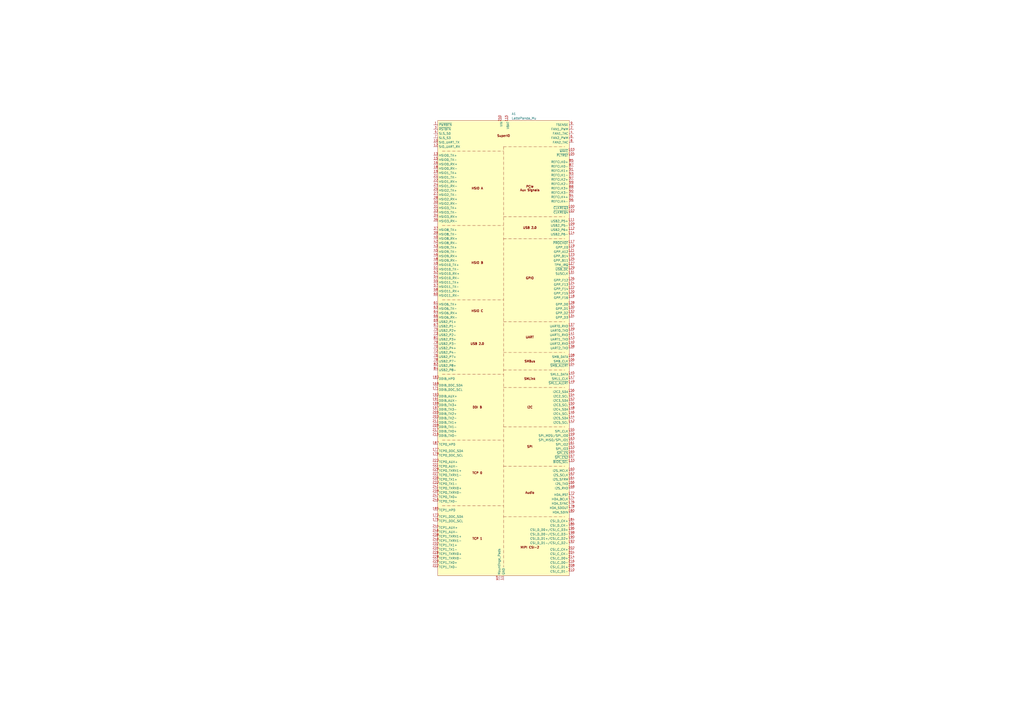
<source format=kicad_sch>
(kicad_sch (version 20250114) (generator "eeschema") (generator_version "9.0")
  (paper "A2")
  (lib_symbols
    (symbol "MCU_Module_LattePanda:LattePanda_Mu"
      (property "Reference" "A" (at -38.1 133.35 0))
      (property "Value" "LattePanda_Mu" (at 38.1 133.35 0))
      (symbol "LattePanda_Mu_1_0"
        (pin passive line (at 0 -134.62 90) (length 2.54) (hide yes) (name "GND") (number "101"))
        (pin passive line (at 0 -134.62 90) (length 2.54) (hide yes) (name "GND") (number "107"))
        (pin passive line (at 0 -134.62 90) (length 2.54) (hide yes) (name "GND") (number "110"))
        (pin passive line (at 0 -134.62 90) (length 2.54) (hide yes) (name "GND") (number "113"))
        (pin passive line (at 0 -134.62 90) (length 2.54) (hide yes) (name "GND") (number "116"))
        (pin passive line (at 0 -134.62 90) (length 2.54) (hide yes) (name "GND") (number "135"))
        (pin passive line (at 0 -134.62 90) (length 2.54) (hide yes) (name "GND") (number "136"))
        (pin passive line (at 0 -134.62 90) (length 2.54) (hide yes) (name "GND") (number "14"))
        (pin passive line (at 0 -134.62 90) (length 2.54) (hide yes) (name "GND") (number "151"))
        (pin passive line (at 0 -134.62 90) (length 2.54) (hide yes) (name "GND") (number "158"))
        (pin passive line (at 0 -134.62 90) (length 2.54) (hide yes) (name "GND") (number "167"))
        (pin passive line (at 0 -134.62 90) (length 2.54) (hide yes) (name "GND") (number "17"))
        (pin passive line (at 0 -134.62 90) (length 2.54) (hide yes) (name "GND") (number "170"))
        (pin passive line (at 0 -134.62 90) (length 2.54) (hide yes) (name "GND") (number "181"))
        (pin passive line (at 0 -134.62 90) (length 2.54) (hide yes) (name "GND") (number "182"))
        (pin passive line (at 0 -134.62 90) (length 2.54) (hide yes) (name "GND") (number "188"))
        (pin passive line (at 0 -134.62 90) (length 2.54) (hide yes) (name "GND") (number "189"))
        (pin passive line (at 0 -134.62 90) (length 2.54) (hide yes) (name "GND") (number "194"))
        (pin passive line (at 0 -134.62 90) (length 2.54) (hide yes) (name "GND") (number "195"))
        (pin passive line (at 0 -134.62 90) (length 2.54) (hide yes) (name "GND") (number "20"))
        (pin passive line (at 0 -134.62 90) (length 2.54) (hide yes) (name "GND") (number "200"))
        (pin passive line (at 0 -134.62 90) (length 2.54) (hide yes) (name "GND") (number "201"))
        (pin passive line (at 0 -134.62 90) (length 2.54) (hide yes) (name "GND") (number "206"))
        (pin passive line (at 0 -134.62 90) (length 2.54) (hide yes) (name "GND") (number "207"))
        (pin passive line (at 0 -134.62 90) (length 2.54) (hide yes) (name "GND") (number "212"))
        (pin passive line (at 0 -134.62 90) (length 2.54) (hide yes) (name "GND") (number "213"))
        (pin passive line (at 0 -134.62 90) (length 2.54) (hide yes) (name "GND") (number "218"))
        (pin passive line (at 0 -134.62 90) (length 2.54) (hide yes) (name "GND") (number "219"))
        (pin passive line (at 0 -134.62 90) (length 2.54) (hide yes) (name "GND") (number "224"))
        (pin passive line (at 0 -134.62 90) (length 2.54) (hide yes) (name "GND") (number "225"))
        (pin passive line (at 0 -134.62 90) (length 2.54) (hide yes) (name "GND") (number "23"))
        (pin passive line (at 0 -134.62 90) (length 2.54) (hide yes) (name "GND") (number "230"))
        (pin passive line (at 0 -134.62 90) (length 2.54) (hide yes) (name "GND") (number "231"))
        (pin passive line (at 0 -134.62 90) (length 2.54) (hide yes) (name "GND") (number "236"))
        (pin passive line (at 0 -134.62 90) (length 2.54) (hide yes) (name "GND") (number "237"))
        (pin passive line (at 0 -134.62 90) (length 2.54) (hide yes) (name "GND") (number "242"))
        (pin passive line (at 0 -134.62 90) (length 2.54) (hide yes) (name "GND") (number "243"))
        (pin passive line (at 0 -134.62 90) (length 2.54) (hide yes) (name "GND") (number "248"))
        (pin passive line (at 0 -134.62 90) (length 2.54) (hide yes) (name "GND") (number "249"))
        (pin passive line (at 0 -134.62 90) (length 2.54) (hide yes) (name "GND") (number "26"))
        (pin passive line (at 0 -134.62 90) (length 2.54) (hide yes) (name "GND") (number "29"))
        (pin passive line (at 0 -134.62 90) (length 2.54) (hide yes) (name "GND") (number "32"))
        (pin passive line (at 0 -134.62 90) (length 2.54) (hide yes) (name "GND") (number "35"))
        (pin passive line (at 0 -134.62 90) (length 2.54) (hide yes) (name "GND") (number "38"))
        (pin passive line (at 0 -134.62 90) (length 2.54) (hide yes) (name "GND") (number "41"))
        (pin passive line (at 0 -134.62 90) (length 2.54) (hide yes) (name "GND") (number "44"))
        (pin passive line (at 0 -134.62 90) (length 2.54) (hide yes) (name "GND") (number "47"))
        (pin passive line (at 0 -134.62 90) (length 2.54) (hide yes) (name "GND") (number "50"))
        (pin passive line (at 0 -134.62 90) (length 2.54) (hide yes) (name "GND") (number "53"))
        (pin passive line (at 0 -134.62 90) (length 2.54) (hide yes) (name "GND") (number "56"))
        (pin passive line (at 0 -134.62 90) (length 2.54) (hide yes) (name "GND") (number "59"))
        (pin passive line (at 0 -134.62 90) (length 2.54) (hide yes) (name "GND") (number "62"))
        (pin passive line (at 0 -134.62 90) (length 2.54) (hide yes) (name "GND") (number "65"))
        (pin passive line (at 0 -134.62 90) (length 2.54) (hide yes) (name "GND") (number "68"))
        (pin passive line (at 0 -134.62 90) (length 2.54) (hide yes) (name "GND") (number "71"))
        (pin passive line (at 0 -134.62 90) (length 2.54) (hide yes) (name "GND") (number "74"))
        (pin passive line (at 0 -134.62 90) (length 2.54) (hide yes) (name "GND") (number "77"))
        (pin passive line (at 0 -134.62 90) (length 2.54) (hide yes) (name "GND") (number "80"))
        (pin passive line (at 0 -134.62 90) (length 2.54) (hide yes) (name "GND") (number "83"))
        (pin passive line (at 0 -134.62 90) (length 2.54) (hide yes) (name "GND") (number "86"))
        (pin passive line (at 0 -134.62 90) (length 2.54) (hide yes) (name "GND") (number "89"))
        (pin passive line (at 0 -134.62 90) (length 2.54) (hide yes) (name "GND") (number "92"))
        (pin passive line (at 0 -134.62 90) (length 2.54) (hide yes) (name "GND") (number "95"))
        (pin passive line (at 0 -134.62 90) (length 2.54) (hide yes) (name "GND") (number "98"))
      )
      (symbol "LattePanda_Mu_1_1"
        (rectangle (start -38.1 132.08) (end 38.1 -132.08) (fill (type background)))
        (polyline (pts (xy -35.56 114.3) (xy 0 114.3)) (stroke (width 0) (type dash_dot)))
        (polyline (pts (xy -35.56 71.12) (xy 0 71.12)) (stroke (width 0) (type dash_dot)))
        (polyline (pts (xy -35.56 27.94) (xy 0 27.94)) (stroke (width 0) (type dash_dot)))
        (polyline (pts (xy -35.56 -15.24) (xy 0 -15.24)) (stroke (width 0) (type dash_dot)))
        (polyline (pts (xy -35.56 -53.34) (xy 0 -53.34)) (stroke (width 0) (type dash_dot)))
        (polyline (pts (xy -35.56 -91.44) (xy 0 -91.44)) (stroke (width 0) (type dash_dot)))
        (polyline (pts (xy 0 116.84) (xy 0 -127)) (stroke (width 0) (type dash_dot)))
        (polyline (pts (xy 0 116.84) (xy 35.56 116.84)) (stroke (width 0) (type dash_dot)))
        (polyline (pts (xy 0 76.2) (xy 35.56 76.2)) (stroke (width 0) (type dash_dot)))
        (polyline (pts (xy 0 63.5) (xy 35.56 63.5)) (stroke (width 0) (type dash_dot)))
        (polyline (pts (xy 0 15.24) (xy 35.56 15.24)) (stroke (width 0) (type dash_dot)))
        (polyline (pts (xy 0 -2.54) (xy 35.56 -2.54)) (stroke (width 0) (type dash_dot)))
        (polyline (pts (xy 0 -12.7) (xy 35.56 -12.7)) (stroke (width 0) (type dash_dot)))
        (polyline (pts (xy 0 -22.86) (xy 35.56 -22.86)) (stroke (width 0) (type dash_dot)))
        (polyline (pts (xy 0 -45.72) (xy 35.56 -45.72)) (stroke (width 0) (type dash_dot)))
        (polyline (pts (xy 0 -68.58) (xy 35.56 -68.58)) (stroke (width 0) (type dash_dot)))
        (polyline (pts (xy 0 -97.79) (xy 35.56 -97.79)) (stroke (width 0) (type dash_dot)))
        (text "HSIO A" (at -15.24 92.71 0) (effects (font (size 1.27 1.27) (bold yes))))
        (text "HSIO B" (at -15.24 49.53 0) (effects (font (size 1.27 1.27) (bold yes))))
        (text "HSIO C" (at -15.24 21.59 0) (effects (font (size 1.27 1.27) (bold yes))))
        (text "USB 2.0" (at -15.24 2.54 0) (effects (font (size 1.27 1.27) (bold yes))))
        (text "DDI B" (at -15.24 -34.29 0) (effects (font (size 1.27 1.27) (bold yes))))
        (text "TCP 0" (at -15.24 -72.39 0) (effects (font (size 1.27 1.27) (bold yes))))
        (text "TCP 1" (at -15.24 -110.49 0) (effects (font (size 1.27 1.27) (bold yes))))
        (text "SuperIO" (at 0 123.19 0) (effects (font (size 1.27 1.27) (bold yes))))
        (text "PCIe\nAux Signals" (at 15.24 92.71 0) (effects (font (size 1.27 1.27) (bold yes))))
        (text "USB 2.0" (at 15.24 69.85 0) (effects (font (size 1.27 1.27) (bold yes))))
        (text "GPIO" (at 15.24 40.64 0) (effects (font (size 1.27 1.27) (bold yes))))
        (text "UART" (at 15.24 6.35 0) (effects (font (size 1.27 1.27) (bold yes))))
        (text "SMBus" (at 15.24 -7.62 0) (effects (font (size 1.27 1.27) (bold yes))))
        (text "SMLink" (at 15.24 -17.78 0) (effects (font (size 1.27 1.27) (bold yes))))
        (text "I2C" (at 15.24 -34.29 0) (effects (font (size 1.27 1.27) (bold yes))))
        (text "SPI" (at 15.24 -57.15 0) (effects (font (size 1.27 1.27) (bold yes))))
        (text "Audio" (at 15.24 -83.82 0) (effects (font (size 1.27 1.27) (bold yes))))
        (text "MIPI CSI-2" (at 15.24 -115.57 0) (effects (font (size 1.27 1.27) (bold yes))))
        (pin input line (at -40.64 129.54 0) (length 2.54) (name "~{PWRBTN}") (number "1"))
        (pin input line (at -40.64 127 0) (length 2.54) (name "~{RSTBTN}") (number "3"))
        (pin output line (at -40.64 124.46 0) (length 2.54) (name "SLS_S0") (number "5"))
        (pin output line (at -40.64 121.92 0) (length 2.54) (name "SLS_S3") (number "7"))
        (pin output line (at -40.64 119.38 0) (length 2.54) (name "SIO_UART_TX") (number "10"))
        (pin input line (at -40.64 116.84 0) (length 2.54) (name "SIO_UART_RX") (number "12"))
        (pin output line (at -40.64 111.76 0) (length 2.54) (name "HSIO0_TX+") (number "13"))
        (pin output line (at -40.64 109.22 0) (length 2.54) (name "HSIO0_TX-") (number "15"))
        (pin input line (at -40.64 106.68 0) (length 2.54) (name "HSIO0_RX+") (number "16"))
        (pin input line (at -40.64 104.14 0) (length 2.54) (name "HSIO0_RX-") (number "18"))
        (pin output line (at -40.64 101.6 0) (length 2.54) (name "HSIO1_TX+") (number "19"))
        (pin output line (at -40.64 99.06 0) (length 2.54) (name "HSIO1_TX-") (number "21"))
        (pin input line (at -40.64 96.52 0) (length 2.54) (name "HSIO1_RX+") (number "22"))
        (pin input line (at -40.64 93.98 0) (length 2.54) (name "HSIO1_RX-") (number "24"))
        (pin output line (at -40.64 91.44 0) (length 2.54) (name "HSIO2_TX+") (number "25"))
        (pin output line (at -40.64 88.9 0) (length 2.54) (name "HSIO2_TX-") (number "27"))
        (pin input line (at -40.64 86.36 0) (length 2.54) (name "HSIO2_RX+") (number "28"))
        (pin input line (at -40.64 83.82 0) (length 2.54) (name "HSIO2_RX-") (number "30"))
        (pin output line (at -40.64 81.28 0) (length 2.54) (name "HSIO3_TX+") (number "31"))
        (pin output line (at -40.64 78.74 0) (length 2.54) (name "HSIO3_TX-") (number "33"))
        (pin input line (at -40.64 76.2 0) (length 2.54) (name "HSIO3_RX+") (number "34"))
        (pin input line (at -40.64 73.66 0) (length 2.54) (name "HSIO3_RX-") (number "36"))
        (pin output line (at -40.64 68.58 0) (length 2.54) (name "HSIO8_TX+") (number "37"))
        (pin output line (at -40.64 66.04 0) (length 2.54) (name "HSIO8_TX-") (number "39"))
        (pin input line (at -40.64 63.5 0) (length 2.54) (name "HSIO8_RX+") (number "40"))
        (pin input line (at -40.64 60.96 0) (length 2.54) (name "HSIO8_RX-") (number "42"))
        (pin output line (at -40.64 58.42 0) (length 2.54) (name "HSIO9_TX+") (number "43"))
        (pin output line (at -40.64 55.88 0) (length 2.54) (name "HSIO9_TX-") (number "45"))
        (pin input line (at -40.64 53.34 0) (length 2.54) (name "HSIO9_RX+") (number "46"))
        (pin input line (at -40.64 50.8 0) (length 2.54) (name "HSIO9_RX-") (number "48"))
        (pin output line (at -40.64 48.26 0) (length 2.54) (name "HSIO10_TX+") (number "49"))
        (pin output line (at -40.64 45.72 0) (length 2.54) (name "HSIO10_TX-") (number "51"))
        (pin input line (at -40.64 43.18 0) (length 2.54) (name "HSIO10_RX+") (number "52"))
        (pin input line (at -40.64 40.64 0) (length 2.54) (name "HSIO10_RX-") (number "54"))
        (pin output line (at -40.64 38.1 0) (length 2.54) (name "HSIO11_TX+") (number "55"))
        (pin output line (at -40.64 35.56 0) (length 2.54) (name "HSIO11_TX-") (number "57"))
        (pin input line (at -40.64 33.02 0) (length 2.54) (name "HSIO11_RX+") (number "58"))
        (pin input line (at -40.64 30.48 0) (length 2.54) (name "HSIO11_RX-") (number "60"))
        (pin output line (at -40.64 25.4 0) (length 2.54) (name "HSIO6_TX+") (number "61"))
        (pin output line (at -40.64 22.86 0) (length 2.54) (name "HSIO6_TX-") (number "63"))
        (pin input line (at -40.64 20.32 0) (length 2.54) (name "HSIO6_RX+") (number "64"))
        (pin input line (at -40.64 17.78 0) (length 2.54) (name "HSIO6_RX-") (number "66"))
        (pin bidirectional line (at -40.64 15.24 0) (length 2.54) (name "USB2_P1+") (number "69"))
        (pin bidirectional line (at -40.64 12.7 0) (length 2.54) (name "USB2_P1-") (number "67"))
        (pin bidirectional line (at -40.64 10.16 0) (length 2.54) (name "USB2_P2+") (number "75"))
        (pin bidirectional line (at -40.64 7.62 0) (length 2.54) (name "USB2_P2-") (number "73"))
        (pin bidirectional line (at -40.64 5.08 0) (length 2.54) (name "USB2_P3+") (number "81"))
        (pin bidirectional line (at -40.64 2.54 0) (length 2.54) (name "USB2_P3-") (number "79"))
        (pin bidirectional line (at -40.64 0 0) (length 2.54) (name "USB2_P4+") (number "70"))
        (pin bidirectional line (at -40.64 -2.54 0) (length 2.54) (name "USB2_P4-") (number "72"))
        (pin bidirectional line (at -40.64 -5.08 0) (length 2.54) (name "USB2_P7+") (number "76"))
        (pin bidirectional line (at -40.64 -7.62 0) (length 2.54) (name "USB2_P7-") (number "78"))
        (pin bidirectional line (at -40.64 -10.16 0) (length 2.54) (name "USB2_P8+") (number "82"))
        (pin bidirectional line (at -40.64 -12.7 0) (length 2.54) (name "USB2_P8-") (number "84"))
        (pin input line (at -40.64 -17.78 0) (length 2.54) (name "DDIB_HPD") (number "183"))
        (pin bidirectional line (at -40.64 -21.59 0) (length 2.54) (name "DDIB_DDC_SDA") (number "169"))
        (pin bidirectional line (at -40.64 -24.13 0) (length 2.54) (name "DDIB_DDC_SCL") (number "171"))
        (pin bidirectional line (at -40.64 -27.94 0) (length 2.54) (name "DDIB_AUX+") (number "193"))
        (pin bidirectional line (at -40.64 -30.48 0) (length 2.54) (name "DDIB_AUX-") (number "191"))
        (pin output line (at -40.64 -33.02 0) (length 2.54) (name "DDIB_TX3+") (number "199"))
        (pin output line (at -40.64 -35.56 0) (length 2.54) (name "DDIB_TX3-") (number "197"))
        (pin output line (at -40.64 -38.1 0) (length 2.54) (name "DDIB_TX2+") (number "205"))
        (pin output line (at -40.64 -40.64 0) (length 2.54) (name "DDIB_TX2-") (number "203"))
        (pin output line (at -40.64 -43.18 0) (length 2.54) (name "DDIB_TX1+") (number "211"))
        (pin output line (at -40.64 -45.72 0) (length 2.54) (name "DDIB_TX1-") (number "209"))
        (pin output line (at -40.64 -48.26 0) (length 2.54) (name "DDIB_TX0+") (number "217"))
        (pin output line (at -40.64 -50.8 0) (length 2.54) (name "DDIB_TX0-") (number "215"))
        (pin input line (at -40.64 -55.88 0) (length 2.54) (name "TCP0_HPD") (number "187"))
        (pin bidirectional line (at -40.64 -59.69 0) (length 2.54) (name "TCP0_DDC_SDA") (number "177"))
        (pin bidirectional line (at -40.64 -62.23 0) (length 2.54) (name "TCP0_DDC_SCL") (number "179"))
        (pin bidirectional line (at -40.64 -66.04 0) (length 2.54) (name "TCP0_AUX+") (number "223"))
        (pin bidirectional line (at -40.64 -68.58 0) (length 2.54) (name "TCP0_AUX-") (number "221"))
        (pin bidirectional line (at -40.64 -71.12 0) (length 2.54) (name "TCP0_TXRX1+") (number "229"))
        (pin bidirectional line (at -40.64 -73.66 0) (length 2.54) (name "TCP0_TXRX1-") (number "227"))
        (pin output line (at -40.64 -76.2 0) (length 2.54) (name "TCP0_TX1+") (number "235"))
        (pin output line (at -40.64 -78.74 0) (length 2.54) (name "TCP0_TX1-") (number "233"))
        (pin bidirectional line (at -40.64 -81.28 0) (length 2.54) (name "TCP0_TXRX0+") (number "241"))
        (pin bidirectional line (at -40.64 -83.82 0) (length 2.54) (name "TCP0_TXRX0-") (number "239"))
        (pin output line (at -40.64 -86.36 0) (length 2.54) (name "TCP0_TX0+") (number "247"))
        (pin output line (at -40.64 -88.9 0) (length 2.54) (name "TCP0_TX0-") (number "245"))
        (pin input line (at -40.64 -93.98 0) (length 2.54) (name "TCP1_HPD") (number "185"))
        (pin bidirectional line (at -40.64 -97.79 0) (length 2.54) (name "TCP1_DDC_SDA") (number "173"))
        (pin bidirectional line (at -40.64 -100.33 0) (length 2.54) (name "TCP1_DDC_SCL") (number "175"))
        (pin bidirectional line (at -40.64 -104.14 0) (length 2.54) (name "TCP1_AUX+") (number "244"))
        (pin bidirectional line (at -40.64 -106.68 0) (length 2.54) (name "TCP1_AUX-") (number "246"))
        (pin bidirectional line (at -40.64 -109.22 0) (length 2.54) (name "TCP1_TXRX1+") (number "238"))
        (pin bidirectional line (at -40.64 -111.76 0) (length 2.54) (name "TCP1_TXRX1-") (number "240"))
        (pin output line (at -40.64 -114.3 0) (length 2.54) (name "TCP1_TX1+") (number "232"))
        (pin output line (at -40.64 -116.84 0) (length 2.54) (name "TCP1_TX1-") (number "234"))
        (pin bidirectional line (at -40.64 -119.38 0) (length 2.54) (name "TCP1_TXRX0+") (number "226"))
        (pin bidirectional line (at -40.64 -121.92 0) (length 2.54) (name "TCP1_TXRX0-") (number "228"))
        (pin output line (at -40.64 -124.46 0) (length 2.54) (name "TCP1_TX0+") (number "220"))
        (pin output line (at -40.64 -127 0) (length 2.54) (name "TCP1_TX0-") (number "222"))
        (pin passive line (at -2.54 -134.62 90) (length 2.54) (name "Mountinge_Pads") (number "MP"))
        (pin power_in line (at -1.27 134.62 270) (length 2.54) (name "VIN") (number "250"))
        (pin passive line (at -1.27 134.62 270) (length 2.54) (hide yes) (name "VIN") (number "251"))
        (pin passive line (at -1.27 134.62 270) (length 2.54) (hide yes) (name "VIN") (number "252"))
        (pin passive line (at -1.27 134.62 270) (length 2.54) (hide yes) (name "VIN") (number "253"))
        (pin passive line (at -1.27 134.62 270) (length 2.54) (hide yes) (name "VIN") (number "254"))
        (pin passive line (at -1.27 134.62 270) (length 2.54) (hide yes) (name "VIN") (number "255"))
        (pin passive line (at -1.27 134.62 270) (length 2.54) (hide yes) (name "VIN") (number "256"))
        (pin passive line (at -1.27 134.62 270) (length 2.54) (hide yes) (name "VIN") (number "257"))
        (pin passive line (at -1.27 134.62 270) (length 2.54) (hide yes) (name "VIN") (number "258"))
        (pin passive line (at -1.27 134.62 270) (length 2.54) (hide yes) (name "VIN") (number "259"))
        (pin passive line (at -1.27 134.62 270) (length 2.54) (hide yes) (name "VIN") (number "260"))
        (pin power_in line (at 0 -134.62 90) (length 2.54) (name "GND") (number "11"))
        (pin power_in line (at 2.54 134.62 270) (length 2.54) (name "VBAT") (number "115"))
        (pin input line (at 40.64 129.54 180) (length 2.54) (name "TSENSE") (number "9"))
        (pin output line (at 40.64 127 180) (length 2.54) (name "FAN1_PWM") (number "2"))
        (pin input line (at 40.64 124.46 180) (length 2.54) (name "FAN1_TAC") (number "4"))
        (pin output line (at 40.64 121.92 180) (length 2.54) (name "FAN2_PWM") (number "6"))
        (pin input line (at 40.64 119.38 180) (length 2.54) (name "FAN2_TAC") (number "8"))
        (pin input line (at 40.64 114.3 180) (length 2.54) (name "~{WAKE}") (number "103"))
        (pin output line (at 40.64 111.76 180) (length 2.54) (name "~{PLTRST}") (number "105"))
        (pin output line (at 40.64 107.95 180) (length 2.54) (name "REFCLK0+") (number "85"))
        (pin output line (at 40.64 105.41 180) (length 2.54) (name "REFCLK0-") (number "87"))
        (pin output line (at 40.64 102.87 180) (length 2.54) (name "REFCLK1+") (number "91"))
        (pin output line (at 40.64 100.33 180) (length 2.54) (name "REFCLK1-") (number "93"))
        (pin output line (at 40.64 97.79 180) (length 2.54) (name "REFCLK2+") (number "97"))
        (pin output line (at 40.64 95.25 180) (length 2.54) (name "REFCLK2-") (number "99"))
        (pin output line (at 40.64 92.71 180) (length 2.54) (name "REFCLK3+") (number "88"))
        (pin output line (at 40.64 90.17 180) (length 2.54) (name "REFCLK3-") (number "90"))
        (pin output line (at 40.64 87.63 180) (length 2.54) (name "REFCLK4+") (number "94"))
        (pin output line (at 40.64 85.09 180) (length 2.54) (name "REFCLK4-") (number "96"))
        (pin bidirectional line (at 40.64 81.28 180) (length 2.54) (name "~{CLKREQ3}") (number "100"))
        (pin bidirectional line (at 40.64 78.74 180) (length 2.54) (name "~{CLKREQ4}") (number "102"))
        (pin bidirectional line (at 40.64 73.66 180) (length 2.54) (name "USB2_P5+") (number "111"))
        (pin bidirectional line (at 40.64 71.12 180) (length 2.54) (name "USB2_P5-") (number "109"))
        (pin bidirectional line (at 40.64 68.58 180) (length 2.54) (name "USB2_P6+") (number "112"))
        (pin bidirectional line (at 40.64 66.04 180) (length 2.54) (name "USB2_P6-") (number "114"))
        (pin bidirectional line (at 40.64 60.96 180) (length 2.54) (name "~{PROCHOT}") (number "117"))
        (pin bidirectional line (at 40.64 58.42 180) (length 2.54) (name "GPP_E0") (number "119"))
        (pin bidirectional line (at 40.64 55.88 180) (length 2.54) (name "GPP_A12") (number "121"))
        (pin bidirectional line (at 40.64 53.34 180) (length 2.54) (name "GPP_B14") (number "123"))
        (pin bidirectional line (at 40.64 50.8 180) (length 2.54) (name "GPP_B11") (number "125"))
        (pin input line (at 40.64 48.26 180) (length 2.54) (name "TPM_IRQ") (number "127"))
        (pin input line (at 40.64 45.72 180) (length 2.54) (name "~{USB_OC}") (number "129"))
        (pin output line (at 40.64 43.18 180) (length 2.54) (name "SUSCLK") (number "131"))
        (pin bidirectional line (at 40.64 39.37 180) (length 2.54) (name "GPP_F12") (number "126"))
        (pin bidirectional line (at 40.64 36.83 180) (length 2.54) (name "GPP_F13") (number "124"))
        (pin bidirectional line (at 40.64 34.29 180) (length 2.54) (name "GPP_F14") (number "122"))
        (pin bidirectional line (at 40.64 31.75 180) (length 2.54) (name "GPP_F15") (number "120"))
        (pin bidirectional line (at 40.64 29.21 180) (length 2.54) (name "GPP_F16") (number "118"))
        (pin bidirectional line (at 40.64 25.4 180) (length 2.54) (name "GPP_D0") (number "128"))
        (pin bidirectional line (at 40.64 22.86 180) (length 2.54) (name "GPP_D1") (number "130"))
        (pin bidirectional line (at 40.64 20.32 180) (length 2.54) (name "GPP_D2") (number "132"))
        (pin bidirectional line (at 40.64 17.78 180) (length 2.54) (name "GPP_D3") (number "134"))
        (pin input line (at 40.64 12.7 180) (length 2.54) (name "UART0_RXD") (number "137"))
        (pin output line (at 40.64 10.16 180) (length 2.54) (name "UART0_TXD") (number "139"))
        (pin input line (at 40.64 7.62 180) (length 2.54) (name "UART1_RXD") (number "141"))
        (pin output line (at 40.64 5.08 180) (length 2.54) (name "UART1_TXD") (number "143"))
        (pin input line (at 40.64 2.54 180) (length 2.54) (name "UART2_RXD") (number "140"))
        (pin output line (at 40.64 0 180) (length 2.54) (name "UART2_TXD") (number "138"))
        (pin bidirectional line (at 40.64 -5.08 180) (length 2.54) (name "SMB_DATA") (number "108"))
        (pin output line (at 40.64 -7.62 180) (length 2.54) (name "SMB_CLK") (number "106"))
        (pin input line (at 40.64 -10.16 180) (length 2.54) (name "~{SMB_ALERT}") (number "104"))
        (pin bidirectional line (at 40.64 -15.24 180) (length 2.54) (name "SML1_DATA") (number "145"))
        (pin output line (at 40.64 -17.78 180) (length 2.54) (name "SML1_CLK") (number "147"))
        (pin input line (at 40.64 -20.32 180) (length 2.54) (name "~{SML1_ALERT}") (number "149"))
        (pin bidirectional line (at 40.64 -25.4 180) (length 2.54) (name "I2C2_SDA") (number "156"))
        (pin output line (at 40.64 -27.94 180) (length 2.54) (name "I2C2_SCL") (number "154"))
        (pin bidirectional line (at 40.64 -30.48 180) (length 2.54) (name "I2C3_SDA") (number "152"))
        (pin output line (at 40.64 -33.02 180) (length 2.54) (name "I2C3_SCL") (number "150"))
        (pin bidirectional line (at 40.64 -35.56 180) (length 2.54) (name "I2C4_SDA") (number "148"))
        (pin output line (at 40.64 -38.1 180) (length 2.54) (name "I2C4_SCL") (number "146"))
        (pin bidirectional line (at 40.64 -40.64 180) (length 2.54) (name "I2C5_SDA") (number "144"))
        (pin output line (at 40.64 -43.18 180) (length 2.54) (name "I2C5_SCL") (number "142"))
        (pin output line (at 40.64 -48.26 180) (length 2.54) (name "SPI_CLK") (number "155"))
        (pin bidirectional line (at 40.64 -50.8 180) (length 2.54) (name "SPI_MOSI/SPI_IO0") (number "159"))
        (pin bidirectional line (at 40.64 -53.34 180) (length 2.54) (name "SPI_MISO/SPI_IO1") (number "163"))
        (pin bidirectional line (at 40.64 -55.88 180) (length 2.54) (name "SPI_IO2") (number "161"))
        (pin bidirectional line (at 40.64 -58.42 180) (length 2.54) (name "SPI_IO3") (number "153"))
        (pin bidirectional line (at 40.64 -60.96 180) (length 2.54) (name "~{SPI_CS}") (number "165"))
        (pin output line (at 40.64 -63.5 180) (length 2.54) (name "~{SPI_CS2}") (number "157"))
        (pin input line (at 40.64 -66.04 180) (length 2.54) (name "~{BIOS_SEL}") (number "133"))
        (pin output line (at 40.64 -71.12 180) (length 2.54) (name "I2S_MCLK") (number "160"))
        (pin output line (at 40.64 -73.66 180) (length 2.54) (name "I2S_SCLK") (number "162"))
        (pin output line (at 40.64 -76.2 180) (length 2.54) (name "I2S_SFRM") (number "164"))
        (pin output line (at 40.64 -78.74 180) (length 2.54) (name "I2S_TXD") (number "166"))
        (pin input line (at 40.64 -81.28 180) (length 2.54) (name "I2S_RXD") (number "168"))
        (pin output line (at 40.64 -85.09 180) (length 2.54) (name "HDA_RST") (number "172"))
        (pin output line (at 40.64 -87.63 180) (length 2.54) (name "HDA_BCLK") (number "174"))
        (pin output line (at 40.64 -90.17 180) (length 2.54) (name "HDA_SYNC") (number "176"))
        (pin output line (at 40.64 -92.71 180) (length 2.54) (name "HDA_SDOUT") (number "178"))
        (pin input line (at 40.64 -95.25 180) (length 2.54) (name "HDA_SDIN") (number "180"))
        (pin input line (at 40.64 -100.33 180) (length 2.54) (name "CSI_D_CK+") (number "184"))
        (pin input line (at 40.64 -102.87 180) (length 2.54) (name "CSI_D_CK-") (number "186"))
        (pin input line (at 40.64 -105.41 180) (length 2.54) (name "CSI_D_D0+/CSI_C_D3+") (number "196"))
        (pin input line (at 40.64 -107.95 180) (length 2.54) (name "CSI_D_D0-/CSI_C_D3-") (number "198"))
        (pin input line (at 40.64 -110.49 180) (length 2.54) (name "CSI_D_D1+/CSI_C_D2+") (number "190"))
        (pin input line (at 40.64 -113.03 180) (length 2.54) (name "CSI_D_D1-/CSI_C_D2-") (number "192"))
        (pin input line (at 40.64 -116.84 180) (length 2.54) (name "CSI_C_CK+") (number "202"))
        (pin input line (at 40.64 -119.38 180) (length 2.54) (name "CSI_C_CK-") (number "204"))
        (pin input line (at 40.64 -121.92 180) (length 2.54) (name "CSI_C_D0+") (number "214"))
        (pin input line (at 40.64 -124.46 180) (length 2.54) (name "CSI_C_D0-") (number "216"))
        (pin input line (at 40.64 -127 180) (length 2.54) (name "CSI_C_D1+") (number "208"))
        (pin input line (at 40.64 -129.54 180) (length 2.54) (name "CSI_C_D1-") (number "210"))
      )
    )
  )
  (symbol (lib_id "MCU_Module_LattePanda:LattePanda_Mu") (at 292.1 201.93 0) (unit 1)
    (property "Reference" "A1" (at 296.7833 66.04 0) (effects (justify left)))
    (property "Value" "LattePanda_Mu" (at 296.7833 68.58 0) (effects (justify left)))
    (property "Footprint" "Module_LattePanda:LattePanda_Module_H8.0mm_Horizontal" (effects (hide yes)))
    (property "Description" "A micro computing module with x86 processer, RAM and eMMC." (effects (hide yes)))
  )
)
</source>
